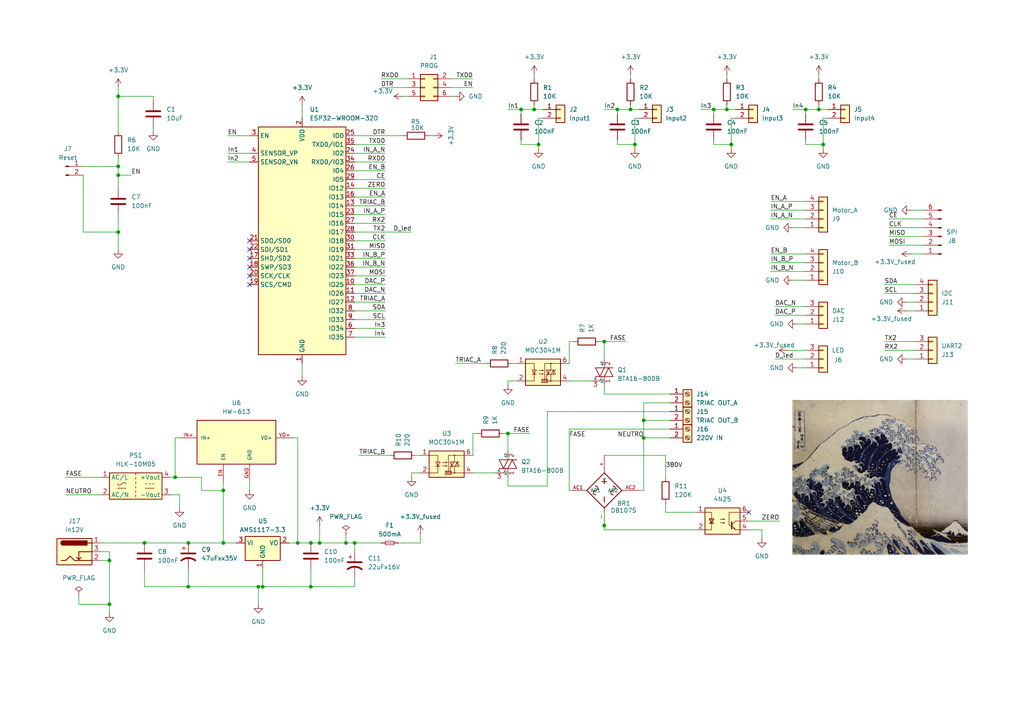
<source format=kicad_sch>
(kicad_sch (version 20250114) (generator "eeschema") (generator_version "9.0")
  (paper "A4")
  (junction (at 210.82 31.75))
  (junction (at 86.36 157.48))
  (junction (at 238.76 41.91))
  (junction (at 34.29 67.31))
  (junction (at 64.77 157.48))
  (junction (at 207.01 31.75))
  (junction (at 31.75 175.26))
  (junction (at 41.91 157.48))
  (junction (at 156.21 41.91))
  (junction (at 31.75 162.56))
  (junction (at 64.77 142.24))
  (junction (at 54.61 170.18))
  (junction (at 92.71 157.48))
  (junction (at 102.87 157.48))
  (junction (at 74.93 170.18))
  (junction (at 175.26 99.06))
  (junction (at 100.33 157.48))
  (junction (at 50.8 138.43))
  (junction (at 90.17 157.48))
  (junction (at 182.88 31.75))
  (junction (at 34.29 48.26))
  (junction (at 154.94 31.75))
  (junction (at 34.29 50.8))
  (junction (at 54.61 157.48))
  (junction (at 233.68 31.75))
  (junction (at 147.32 125.73))
  (junction (at 186.69 127))
  (junction (at 151.13 31.75))
  (junction (at 175.26 152.4))
  (junction (at 186.69 121.92))
  (junction (at 90.17 170.18))
  (junction (at 237.49 31.75))
  (junction (at 212.09 41.91))
  (junction (at 76.2 170.18))
  (junction (at 34.29 27.94))
  (junction (at 184.15 41.91))
  (junction (at 179.07 31.75))
  (no_connect (at 72.39 72.39))
  (no_connect (at 72.39 82.55))
  (no_connect (at 72.39 74.93))
  (no_connect (at 72.39 77.47))
  (no_connect (at 72.39 80.01))
  (no_connect (at 217.17 148.59))
  (no_connect (at 72.39 69.85))
  (wire (pts (xy 121.92 154.94) (xy 121.92 157.48)))
  (wire (pts (xy 76.2 170.18) (xy 90.17 170.18)))
  (wire (pts (xy 213.36 34.29) (xy 212.09 34.29)))
  (wire (pts (xy 72.39 139.7) (xy 72.39 142.24)))
  (wire (pts (xy 229.87 81.28) (xy 233.68 81.28)))
  (wire (pts (xy 83.82 157.48) (xy 86.36 157.48)))
  (wire (pts (xy 102.87 54.61) (xy 111.76 54.61)))
  (wire (pts (xy 111.76 59.69) (xy 102.87 59.69)))
  (wire (pts (xy 119.38 137.16) (xy 119.38 138.43)))
  (wire (pts (xy 179.07 40.64) (xy 179.07 41.91)))
  (wire (pts (xy 31.75 160.02) (xy 31.75 162.56)))
  (wire (pts (xy 137.16 22.86) (xy 130.81 22.86)))
  (wire (pts (xy 24.13 67.31) (xy 34.29 67.31)))
  (wire (pts (xy 217.17 151.13) (xy 226.06 151.13)))
  (wire (pts (xy 148.59 105.41) (xy 149.86 105.41)))
  (wire (pts (xy 207.01 41.91) (xy 212.09 41.91)))
  (wire (pts (xy 186.69 127) (xy 194.31 127)))
  (wire (pts (xy 175.26 132.08) (xy 193.04 132.08)))
  (wire (pts (xy 52.07 127) (xy 50.8 127)))
  (wire (pts (xy 111.76 87.63) (xy 102.87 87.63)))
  (wire (pts (xy 175.26 104.14) (xy 175.26 99.06)))
  (wire (pts (xy 193.04 146.05) (xy 193.04 148.59)))
  (wire (pts (xy 90.17 157.48) (xy 92.71 157.48)))
  (wire (pts (xy 92.71 152.4) (xy 92.71 157.48)))
  (wire (pts (xy 233.68 33.02) (xy 233.68 31.75)))
  (wire (pts (xy 257.81 68.58) (xy 267.97 68.58)))
  (wire (pts (xy 207.01 40.64) (xy 207.01 41.91)))
  (wire (pts (xy 31.75 162.56) (xy 29.21 162.56)))
  (wire (pts (xy 100.33 154.94) (xy 100.33 157.48)))
  (wire (pts (xy 102.87 157.48) (xy 102.87 160.02)))
  (wire (pts (xy 111.76 49.53) (xy 102.87 49.53)))
  (wire (pts (xy 74.93 170.18) (xy 74.93 175.26)))
  (wire (pts (xy 111.76 74.93) (xy 102.87 74.93)))
  (wire (pts (xy 210.82 31.75) (xy 213.36 31.75)))
  (wire (pts (xy 184.15 41.91) (xy 184.15 43.18)))
  (wire (pts (xy 111.76 82.55) (xy 102.87 82.55)))
  (wire (pts (xy 223.52 63.5) (xy 233.68 63.5)))
  (wire (pts (xy 86.36 127) (xy 86.36 157.48)))
  (wire (pts (xy 256.54 85.09) (xy 265.43 85.09)))
  (wire (pts (xy 66.04 39.37) (xy 72.39 39.37)))
  (wire (pts (xy 34.29 67.31) (xy 34.29 72.39)))
  (wire (pts (xy 224.79 88.9) (xy 233.68 88.9)))
  (wire (pts (xy 111.76 90.17) (xy 102.87 90.17)))
  (wire (pts (xy 54.61 170.18) (xy 74.93 170.18)))
  (wire (pts (xy 111.76 77.47) (xy 102.87 77.47)))
  (wire (pts (xy 64.77 142.24) (xy 64.77 157.48)))
  (wire (pts (xy 111.76 85.09) (xy 102.87 85.09)))
  (wire (pts (xy 238.76 34.29) (xy 238.76 41.91)))
  (wire (pts (xy 87.63 30.48) (xy 87.63 34.29)))
  (wire (pts (xy 102.87 97.79) (xy 111.76 97.79)))
  (wire (pts (xy 165.1 110.49) (xy 171.45 110.49)))
  (wire (pts (xy 186.69 142.24) (xy 186.69 127)))
  (wire (pts (xy 217.17 153.67) (xy 220.98 153.67)))
  (wire (pts (xy 223.52 73.66) (xy 233.68 73.66)))
  (wire (pts (xy 34.29 50.8) (xy 38.1 50.8)))
  (wire (pts (xy 58.42 138.43) (xy 58.42 142.24)))
  (wire (pts (xy 54.61 165.1) (xy 54.61 170.18)))
  (wire (pts (xy 54.61 157.48) (xy 64.77 157.48)))
  (wire (pts (xy 186.69 121.92) (xy 186.69 116.84)))
  (wire (pts (xy 29.21 157.48) (xy 41.91 157.48)))
  (wire (pts (xy 31.75 175.26) (xy 31.75 162.56)))
  (wire (pts (xy 137.16 137.16) (xy 143.51 137.16)))
  (wire (pts (xy 34.29 50.8) (xy 34.29 54.61)))
  (wire (pts (xy 165.1 99.06) (xy 165.1 105.41)))
  (wire (pts (xy 66.04 46.99) (xy 72.39 46.99)))
  (wire (pts (xy 264.16 73.66) (xy 267.97 73.66)))
  (wire (pts (xy 58.42 142.24) (xy 64.77 142.24)))
  (wire (pts (xy 223.52 76.2) (xy 233.68 76.2)))
  (wire (pts (xy 115.57 157.48) (xy 121.92 157.48)))
  (wire (pts (xy 132.08 27.94) (xy 130.81 27.94)))
  (wire (pts (xy 102.87 170.18) (xy 102.87 167.64)))
  (wire (pts (xy 66.04 44.45) (xy 72.39 44.45)))
  (wire (pts (xy 229.87 31.75) (xy 233.68 31.75)))
  (wire (pts (xy 110.49 22.86) (xy 118.11 22.86)))
  (wire (pts (xy 34.29 48.26) (xy 34.29 50.8)))
  (wire (pts (xy 41.91 165.1) (xy 41.91 170.18)))
  (wire (pts (xy 137.16 25.4) (xy 130.81 25.4)))
  (wire (pts (xy 175.26 148.59) (xy 175.26 152.4)))
  (wire (pts (xy 175.26 153.67) (xy 201.93 153.67)))
  (wire (pts (xy 237.49 30.48) (xy 237.49 31.75)))
  (wire (pts (xy 100.33 157.48) (xy 102.87 157.48)))
  (wire (pts (xy 147.32 110.49) (xy 147.32 111.76)))
  (wire (pts (xy 264.16 60.96) (xy 267.97 60.96)))
  (wire (pts (xy 175.26 152.4) (xy 175.26 153.67)))
  (wire (pts (xy 207.01 33.02) (xy 207.01 31.75)))
  (wire (pts (xy 224.79 91.44) (xy 233.68 91.44)))
  (wire (pts (xy 111.76 72.39) (xy 102.87 72.39)))
  (wire (pts (xy 34.29 62.23) (xy 34.29 67.31)))
  (wire (pts (xy 90.17 170.18) (xy 102.87 170.18)))
  (wire (pts (xy 111.76 64.77) (xy 102.87 64.77)))
  (wire (pts (xy 156.21 41.91) (xy 156.21 43.18)))
  (wire (pts (xy 262.89 104.14) (xy 265.43 104.14)))
  (wire (pts (xy 102.87 95.25) (xy 111.76 95.25)))
  (wire (pts (xy 44.45 29.21) (xy 44.45 27.94)))
  (wire (pts (xy 19.05 138.43) (xy 29.21 138.43)))
  (wire (pts (xy 220.98 156.21) (xy 220.98 153.67)))
  (wire (pts (xy 262.89 87.63) (xy 265.43 87.63)))
  (wire (pts (xy 52.07 143.51) (xy 49.53 143.51)))
  (wire (pts (xy 111.76 92.71) (xy 102.87 92.71)))
  (wire (pts (xy 223.52 58.42) (xy 233.68 58.42)))
  (wire (pts (xy 175.26 99.06) (xy 181.61 99.06)))
  (wire (pts (xy 173.99 99.06) (xy 175.26 99.06)))
  (wire (pts (xy 257.81 66.04) (xy 267.97 66.04)))
  (wire (pts (xy 147.32 125.73) (xy 153.67 125.73)))
  (wire (pts (xy 237.49 21.59) (xy 237.49 22.86)))
  (wire (pts (xy 240.03 34.29) (xy 238.76 34.29)))
  (wire (pts (xy 185.42 34.29) (xy 184.15 34.29)))
  (wire (pts (xy 34.29 27.94) (xy 34.29 38.1)))
  (wire (pts (xy 166.37 99.06) (xy 165.1 99.06)))
  (wire (pts (xy 52.07 143.51) (xy 52.07 147.32)))
  (wire (pts (xy 212.09 41.91) (xy 212.09 43.18)))
  (wire (pts (xy 137.16 125.73) (xy 137.16 132.08)))
  (wire (pts (xy 29.21 160.02) (xy 31.75 160.02)))
  (wire (pts (xy 44.45 27.94) (xy 34.29 27.94)))
  (wire (pts (xy 138.43 125.73) (xy 137.16 125.73)))
  (wire (pts (xy 179.07 33.02) (xy 179.07 31.75)))
  (wire (pts (xy 157.48 34.29) (xy 156.21 34.29)))
  (wire (pts (xy 50.8 138.43) (xy 58.42 138.43)))
  (wire (pts (xy 179.07 41.91) (xy 184.15 41.91)))
  (wire (pts (xy 151.13 41.91) (xy 156.21 41.91)))
  (wire (pts (xy 92.71 157.48) (xy 100.33 157.48)))
  (wire (pts (xy 256.54 99.06) (xy 265.43 99.06)))
  (wire (pts (xy 156.21 34.29) (xy 156.21 41.91)))
  (wire (pts (xy 228.6 101.6) (xy 233.68 101.6)))
  (wire (pts (xy 64.77 157.48) (xy 68.58 157.48)))
  (wire (pts (xy 185.42 142.24) (xy 186.69 142.24)))
  (wire (pts (xy 119.38 137.16) (xy 121.92 137.16)))
  (wire (pts (xy 193.04 132.08) (xy 193.04 138.43)))
  (wire (pts (xy 147.32 130.81) (xy 147.32 125.73)))
  (wire (pts (xy 184.15 34.29) (xy 184.15 41.91)))
  (wire (pts (xy 22.86 172.72) (xy 22.86 175.26)))
  (wire (pts (xy 19.05 143.51) (xy 29.21 143.51)))
  (wire (pts (xy 158.75 140.97) (xy 147.32 140.97)))
  (wire (pts (xy 262.89 90.17) (xy 265.43 90.17)))
  (wire (pts (xy 154.94 31.75) (xy 157.48 31.75)))
  (wire (pts (xy 22.86 175.26) (xy 31.75 175.26)))
  (wire (pts (xy 210.82 30.48) (xy 210.82 31.75)))
  (wire (pts (xy 110.49 25.4) (xy 118.11 25.4)))
  (wire (pts (xy 125.73 39.37) (xy 124.46 39.37)))
  (wire (pts (xy 50.8 138.43) (xy 49.53 138.43)))
  (wire (pts (xy 231.14 106.68) (xy 233.68 106.68)))
  (wire (pts (xy 186.69 121.92) (xy 186.69 127)))
  (wire (pts (xy 41.91 157.48) (xy 54.61 157.48)))
  (wire (pts (xy 111.76 52.07) (xy 102.87 52.07)))
  (wire (pts (xy 132.08 105.41) (xy 140.97 105.41)))
  (wire (pts (xy 34.29 25.4) (xy 34.29 27.94)))
  (wire (pts (xy 44.45 36.83) (xy 44.45 38.1)))
  (wire (pts (xy 223.52 60.96) (xy 233.68 60.96)))
  (wire (pts (xy 182.88 31.75) (xy 185.42 31.75)))
  (wire (pts (xy 102.87 157.48) (xy 110.49 157.48)))
  (wire (pts (xy 111.76 41.91) (xy 102.87 41.91)))
  (wire (pts (xy 120.65 132.08) (xy 121.92 132.08)))
  (wire (pts (xy 90.17 165.1) (xy 90.17 170.18)))
  (wire (pts (xy 147.32 31.75) (xy 151.13 31.75)))
  (wire (pts (xy 186.69 116.84) (xy 194.31 116.84)))
  (wire (pts (xy 102.87 67.31) (xy 119.38 67.31)))
  (wire (pts (xy 175.26 31.75) (xy 179.07 31.75)))
  (wire (pts (xy 233.68 41.91) (xy 238.76 41.91)))
  (wire (pts (xy 154.94 30.48) (xy 154.94 31.75)))
  (wire (pts (xy 203.2 31.75) (xy 207.01 31.75)))
  (wire (pts (xy 154.94 21.59) (xy 154.94 22.86)))
  (wire (pts (xy 116.84 27.94) (xy 118.11 27.94)))
  (wire (pts (xy 182.88 21.59) (xy 182.88 22.86)))
  (wire (pts (xy 111.76 62.23) (xy 102.87 62.23)))
  (wire (pts (xy 111.76 69.85) (xy 102.87 69.85)))
  (wire (pts (xy 212.09 34.29) (xy 212.09 41.91)))
  (wire (pts (xy 194.31 121.92) (xy 186.69 121.92)))
  (wire (pts (xy 210.82 21.59) (xy 210.82 22.86)))
  (wire (pts (xy 151.13 33.02) (xy 151.13 31.75)))
  (wire (pts (xy 41.91 170.18) (xy 54.61 170.18)))
  (wire (pts (xy 147.32 138.43) (xy 147.32 140.97)))
  (wire (pts (xy 74.93 170.18) (xy 76.2 170.18)))
  (wire (pts (xy 175.26 114.3) (xy 175.26 111.76)))
  (wire (pts (xy 111.76 44.45) (xy 102.87 44.45)))
  (wire (pts (xy 175.26 114.3) (xy 194.31 114.3)))
  (wire (pts (xy 111.76 46.99) (xy 102.87 46.99)))
  (wire (pts (xy 76.2 165.1) (xy 76.2 170.18)))
  (wire (pts (xy 256.54 101.6) (xy 265.43 101.6)))
  (wire (pts (xy 257.81 63.5) (xy 267.97 63.5)))
  (wire (pts (xy 231.14 93.98) (xy 233.68 93.98)))
  (wire (pts (xy 24.13 48.26) (xy 34.29 48.26)))
  (wire (pts (xy 87.63 105.41) (xy 87.63 109.22)))
  (wire (pts (xy 193.04 148.59) (xy 201.93 148.59)))
  (wire (pts (xy 31.75 177.8) (xy 31.75 175.26)))
  (wire (pts (xy 102.87 39.37) (xy 116.84 39.37)))
  (wire (pts (xy 238.76 41.91) (xy 238.76 43.18)))
  (wire (pts (xy 158.75 119.38) (xy 194.31 119.38)))
  (wire (pts (xy 257.81 71.12) (xy 267.97 71.12)))
  (wire (pts (xy 85.09 127) (xy 86.36 127)))
  (wire (pts (xy 256.54 82.55) (xy 265.43 82.55)))
  (wire (pts (xy 237.49 31.75) (xy 240.03 31.75)))
  (wire (pts (xy 34.29 45.72) (xy 34.29 48.26)))
  (wire (pts (xy 24.13 50.8) (xy 24.13 67.31)))
  (wire (pts (xy 229.87 66.04) (xy 233.68 66.04)))
  (wire (pts (xy 223.52 78.74) (xy 233.68 78.74)))
  (wire (pts (xy 165.1 124.46) (xy 165.1 142.24)))
  (wire (pts (xy 233.68 40.64) (xy 233.68 41.91)))
  (wire (pts (xy 147.32 110.49) (xy 149.86 110.49)))
  (wire (pts (xy 64.77 139.7) (xy 64.77 142.24)))
  (wire (pts (xy 104.14 132.08) (xy 113.03 132.08)))
  (wire (pts (xy 158.75 119.38) (xy 158.75 140.97)))
  (wire (pts (xy 224.79 104.14) (xy 233.68 104.14)))
  (wire (pts (xy 111.76 80.01) (xy 102.87 80.01)))
  (wire (pts (xy 146.05 125.73) (xy 147.32 125.73)))
  (wire (pts (xy 165.1 124.46) (xy 194.31 124.46)))
  (wire (pts (xy 179.07 31.75) (xy 182.88 31.75)))
  (wire (pts (xy 86.36 157.48) (xy 90.17 157.48)))
  (wire (pts (xy 151.13 31.75) (xy 154.94 31.75)))
  (wire (pts (xy 151.13 40.64) (xy 151.13 41.91)))
  (wire (pts (xy 207.01 31.75) (xy 210.82 31.75)))
  (wire (pts (xy 111.76 57.15) (xy 102.87 57.15)))
  (wire (pts (xy 233.68 31.75) (xy 237.49 31.75)))
  (wire (pts (xy 50.8 127) (xy 50.8 138.43)))
  (wire (pts (xy 182.88 30.48) (xy 182.88 31.75)))
  (image (at 255.27 138.43) (scale 0.269018))
  (label "MOSI" (at 111.76 80.01 180))
  (label "In1" (at 147.32 31.75 0))
  (label "ZERO" (at 226.06 151.13 180))
  (label "In2" (at 66.04 46.99 0))
  (label "DAC_P" (at 224.79 91.44 0))
  (label "ZERO" (at 111.76 54.61 180))
  (label "RXD0" (at 111.76 46.99 180))
  (label "SCL" (at 256.54 85.09 0))
  (label "DAC_P" (at 111.76 82.55 180))
  (label "TXD0" (at 137.16 22.86 180))
  (label "In3" (at 111.76 95.25 180))
  (label "DAC_N" (at 111.76 85.09 180))
  (label "FASE" (at 19.05 138.43 0))
  (label "TX2" (at 256.54 99.06 0))
  (label "TXD0" (at 111.76 41.91 180))
  (label "IN_A_N" (at 111.76 44.45 180))
  (label "TX2" (at 111.76 67.31 180))
  (label "IN_A_P" (at 111.76 62.23 180))
  (label "RX2" (at 256.54 101.6 0))
  (label "In4" (at 111.76 97.79 180))
  (label "IN_B_P" (at 223.52 76.2 0))
  (label "SDA" (at 111.76 90.17 180))
  (label "EN" (at 66.04 39.37 0))
  (label "EN_B" (at 223.52 73.66 0))
  (label "EN" (at 137.16 25.4 180))
  (label "SDA" (at 256.54 82.55 0))
  (label "IN_B_P" (at 111.76 74.93 180))
  (label "In2" (at 175.26 31.75 0))
  (label "IN_B_N" (at 111.76 77.47 180))
  (label "In1" (at 66.04 44.45 0))
  (label "NEUTRO" (at 186.69 127 180))
  (label "RX2" (at 111.76 64.77 180))
  (label "TRIAC_B" (at 111.76 59.69 180))
  (label "380V" (at 193.04 135.89 0))
  (label "FASE" (at 181.61 99.06 180))
  (label "DTR" (at 111.76 39.37 180))
  (label "EN" (at 38.1 50.8 0))
  (label "CE" (at 257.81 63.5 0))
  (label "TRIAC_B" (at 104.14 132.08 0))
  (label "DTR" (at 110.49 25.4 0))
  (label "EN_A" (at 111.76 57.15 180))
  (label "EN_A" (at 223.52 58.42 0))
  (label "CE" (at 111.76 52.07 180))
  (label "NEUTRO" (at 19.05 143.51 0))
  (label "D_led" (at 224.79 104.14 0))
  (label "IN_B_N" (at 223.52 78.74 0))
  (label "DAC_N" (at 224.79 88.9 0))
  (label "MOSI" (at 257.81 71.12 0))
  (label "In3" (at 203.2 31.75 0))
  (label "CLK" (at 257.81 66.04 0))
  (label "TRIAC_A" (at 132.08 105.41 0))
  (label "CLK" (at 111.76 69.85 180))
  (label "FASE" (at 153.67 125.73 180))
  (label "FASE" (at 165.1 127 0))
  (label "SCL" (at 111.76 92.71 180))
  (label "IN_A_N" (at 223.52 63.5 0))
  (label "TRIAC_A" (at 111.76 87.63 180))
  (label "MISO" (at 111.76 72.39 180))
  (label "D_led" (at 119.38 67.31 180))
  (label "RXD0" (at 110.49 22.86 0))
  (label "IN_A_P" (at 223.52 60.96 0))
  (label "In4" (at 229.87 31.75 0))
  (label "MISO" (at 257.81 68.58 0))
  (label "EN_B" (at 111.76 49.53 180))
  (symbol (lib_id "Connector_Generic:Conn_01x04") (at 270.51 87.63 0) (mirror x) (unit 1)
    (property "Reference" "J11" (at 273.05 87.6301 0) (effects (justify left)))
    (property "Value" "I2C" (at 273.05 85.0901 0) (effects (justify left)))
    (property "Footprint" "Connector_Molex:Molex_SL_171971-0004_1x04_P2.54mm_Vertical" (effects (hide yes)))
    (property "Description" "Generic connector, single row, 01x04, script generated (kicad-library-utils/schlib/autogen/connector/)" (effects (hide yes)))
  )
  (symbol (lib_id "power:GND") (at 132.08 27.94 90) (unit 1)
    (property "Reference" "#PWR08" (effects (hide yes)))
    (property "Value" "GND" (at 135.89 27.9401 90) (effects (justify right)))
    (property "Description" "Power symbol creates a global label with name \"GND\" , ground" (effects (hide yes)))
  )
  (symbol (lib_id "Connector:Screw_Terminal_01x02") (at 199.39 114.3 0) (unit 1)
    (property "Reference" "J14" (at 201.93 114.2999 0) (effects (justify left)))
    (property "Value" "TRIAC OUT_A" (at 201.93 116.8399 0) (effects (justify left)))
    (property "Footprint" "Connector_Phoenix_GMSTB:PhoenixContact_GMSTBA_2,5_2-G-7,62_1x02_P7.62mm_Horizontal" (effects (hide yes)))
    (property "Description" "Generic screw terminal, single row, 01x02, script generated (kicad-library-utils/schlib/autogen/connector/)" (effects (hide yes)))
  )
  (symbol (lib_id "Connector_Generic:Conn_01x04") (at 238.76 63.5 0) (mirror x) (unit 1)
    (property "Reference" "J9" (at 241.3 63.5001 0) (effects (justify left)))
    (property "Value" "Motor_A" (at 241.3 60.9601 0) (effects (justify left)))
    (property "Footprint" "Connector_Molex:Molex_SL_171971-0004_1x04_P2.54mm_Vertical" (effects (hide yes)))
    (property "Description" "Generic connector, single row, 01x04, script generated (kicad-library-utils/schlib/autogen/connector/)" (effects (hide yes)))
  )
  (symbol (lib_id "power:+3.3V") (at 121.92 154.94 0) (unit 1)
    (property "Reference" "#PWR028" (effects (hide yes)))
    (property "Value" "+3.3V_fused" (at 121.92 149.86 0))
    (property "Description" "Power symbol creates a global label with name \"+3.3V\"" (effects (hide yes)))
  )
  (symbol (lib_id "Connector_Generic:Conn_01x02") (at 162.56 31.75 0) (unit 1)
    (property "Reference" "J2" (at 165.1 31.7499 0) (effects (justify left)))
    (property "Value" "Input1" (at 165.1 34.2899 0) (effects (justify left)))
    (property "Footprint" "Connector_Molex:Molex_SL_171971-0002_1x02_P2.54mm_Vertical" (effects (hide yes)))
    (property "Description" "Generic connector, single row, 01x02, script generated (kicad-library-utils/schlib/autogen/connector/)" (effects (hide yes)))
  )
  (symbol (lib_id "power:GND") (at 147.32 111.76 0) (mirror y) (unit 1)
    (property "Reference" "#PWR027" (effects (hide yes)))
    (property "Value" "GND" (at 147.32 116.84 0))
    (property "Description" "Power symbol creates a global label with name \"GND\" , ground" (effects (hide yes)))
  )
  (symbol (lib_id "Connector_Generic:Conn_01x03") (at 270.51 101.6 0) (mirror x) (unit 1)
    (property "Reference" "J13" (at 273.05 102.8701 0) (effects (justify left)))
    (property "Value" "UART2" (at 273.05 100.3301 0) (effects (justify left)))
    (property "Footprint" "Connector_Molex:Molex_SL_171971-0003_1x03_P2.54mm_Vertical" (effects (hide yes)))
    (property "Description" "Generic connector, single row, 01x03, script generated (kicad-library-utils/schlib/autogen/connector/)" (effects (hide yes)))
  )
  (symbol (lib_id "Triac_Thyristor:BTA16-800B") (at 147.32 134.62 0) (unit 1)
    (property "Reference" "Q2" (at 151.13 133.9341 0) (effects (justify left)))
    (property "Value" "BTA16-800B" (at 151.13 136.4741 0) (effects (justify left)))
    (property "Footprint" "Package_TO_SOT_THT:TO-220-3_Vertical" (effects (hide yes)))
    (property "Datasheet" "https://www.st.com/resource/en/datasheet/bta16.pdf" (effects (hide yes)))
    (property "Description" "16A RMS, 800V Off-State Voltage, 50mA Sensitivity, Insulated, Triac, TO-220" (effects (hide yes)))
  )
  (symbol (lib_id "power:PWR_FLAG") (at 100.33 154.94 0) (unit 1)
    (property "Reference" "#FLG01" (effects (hide yes)))
    (property "Value" "PWR_FLAG" (at 100.33 149.86 0))
    (property "Description" "Special symbol for telling ERC where power comes from" (effects (hide yes)))
  )
  (symbol (lib_id "Device:C_Polarized_US") (at 102.87 163.83 0) (unit 1)
    (property "Reference" "C11" (at 106.68 161.9249 0) (effects (justify left)))
    (property "Value" "22uFx16V" (at 106.68 164.4649 0) (effects (justify left)))
    (property "Footprint" "Capacitor_Tantalum_SMD:CP_EIA-6032-28_Kemet-C_Pad2.25x2.35mm_HandSolder" (effects (hide yes)))
    (property "Description" "Polarized capacitor, US symbol" (effects (hide yes)))
  )
  (symbol (lib_id "power:+3.3V") (at 262.89 90.17 90) (mirror x) (unit 1)
    (property "Reference" "#PWR020" (effects (hide yes)))
    (property "Value" "+3.3V_fused" (at 258.572 92.456 90))
    (property "Description" "Power symbol creates a global label with name \"+3.3V\"" (effects (hide yes)))
  )
  (symbol (lib_id "Device:R") (at 116.84 132.08 90) (unit 1)
    (property "Reference" "R10" (at 115.5699 129.54 0) (effects (justify left)))
    (property "Value" "220" (at 118.1099 129.54 0) (effects (justify left)))
    (property "Footprint" "Resistor_SMD:R_0805_2012Metric_Pad1.20x1.40mm_HandSolder" (effects (hide yes)))
    (property "Description" "Resistor" (effects (hide yes)))
  )
  (symbol (lib_id "Triac_Thyristor:BTA16-800B") (at 175.26 107.95 0) (unit 1)
    (property "Reference" "Q1" (at 179.07 107.2641 0) (effects (justify left)))
    (property "Value" "BTA16-800B" (at 179.07 109.8041 0) (effects (justify left)))
    (property "Footprint" "Package_TO_SOT_THT:TO-220-3_Vertical" (effects (hide yes)))
    (property "Datasheet" "https://www.st.com/resource/en/datasheet/bta16.pdf" (effects (hide yes)))
    (property "Description" "16A RMS, 800V Off-State Voltage, 50mA Sensitivity, Insulated, Triac, TO-220" (effects (hide yes)))
  )
  (symbol (lib_id "power:GND") (at 34.29 72.39 0) (unit 1)
    (property "Reference" "#PWR017" (effects (hide yes)))
    (property "Value" "GND" (at 34.29 77.47 0))
    (property "Description" "Power symbol creates a global label with name \"GND\" , ground" (effects (hide yes)))
  )
  (symbol (lib_id "power:GND") (at 52.07 147.32 0) (unit 1)
    (property "Reference" "#PWR034" (effects (hide yes)))
    (property "Value" "GND" (at 52.07 152.4 0))
    (property "Description" "Power symbol creates a global label with name \"GND\" , ground" (effects (hide yes)))
  )
  (symbol (lib_id "Connector_Generic:Conn_01x02") (at 190.5 31.75 0) (unit 1)
    (property "Reference" "J3" (at 193.04 31.7499 0) (effects (justify left)))
    (property "Value" "Input2" (at 193.04 34.2899 0) (effects (justify left)))
    (property "Footprint" "Connector_Molex:Molex_SL_171971-0002_1x02_P2.54mm_Vertical" (effects (hide yes)))
    (property "Description" "Generic connector, single row, 01x02, script generated (kicad-library-utils/schlib/autogen/connector/)" (effects (hide yes)))
  )
  (symbol (lib_id "DB107S:DB107S") (at 175.26 142.24 90) (unit 1)
    (property "Reference" "BR1" (at 182.88 145.288 90) (effects (justify left bottom)))
    (property "Value" "DB107S" (at 184.658 147.32 90) (effects (justify left bottom)))
    (property "Footprint" "lib:DIOB_DB107S" (effects (hide yes)))
    (property "DigiKey_Part_Number" "1655-DB107STR-ND" (effects (hide yes)))
    (property "SnapEDA_Link" "https://www.snapeda.com/parts/DB107S/SMC+Diode+Solutions/view-part/?ref=snap" (effects (hide yes)))
    (property "Description_1" "\nBridge Rectifier Single Phase Standard 1 kV Surface Mount DB-S\n" (effects (hide yes)))
    (property "Package" "SMD-4 Multicomp" (effects (hide yes)))
    (property "Check_prices" "https://www.snapeda.com/parts/DB107S/SMC+Diode+Solutions/view-part/?ref=eda" (effects (hide yes)))
    (property "MF" "SMC Diode" (effects (hide yes)))
    (property "MP" "DB107S" (effects (hide yes)))
    (property "MANUFACTURER" "Rectron Semiconductor" (effects (hide yes)))
  )
  (symbol (lib_id "power:GND") (at 229.87 81.28 270) (unit 1)
    (property "Reference" "#PWR022" (effects (hide yes)))
    (property "Value" "GND" (at 226.06 81.2799 90) (effects (justify right)))
    (property "Description" "Power symbol creates a global label with name \"GND\" , ground" (effects (hide yes)))
  )
  (symbol (lib_id "power:+3.3V") (at 210.82 21.59 0) (unit 1)
    (property "Reference" "#PWR03" (effects (hide yes)))
    (property "Value" "+3.3V" (at 210.82 16.51 0))
    (property "Description" "Power symbol creates a global label with name \"+3.3V\"" (effects (hide yes)))
  )
  (symbol (lib_id "Device:C") (at 44.45 33.02 0) (unit 1)
    (property "Reference" "C1" (at 48.26 31.7499 0) (effects (justify left)))
    (property "Value" "10uF" (at 48.26 34.2899 0) (effects (justify left)))
    (property "Footprint" "Capacitor_SMD:C_0805_2012Metric_Pad1.18x1.45mm_HandSolder" (effects (hide yes)))
    (property "Description" "Unpolarized capacitor" (effects (hide yes)))
  )
  (symbol (lib_id "power:GND") (at 184.15 43.18 0) (unit 1)
    (property "Reference" "#PWR012" (effects (hide yes)))
    (property "Value" "GND" (at 184.15 48.26 0))
    (property "Description" "Power symbol creates a global label with name \"GND\" , ground" (effects (hide yes)))
  )
  (symbol (lib_id "power:GND") (at 238.76 43.18 0) (unit 1)
    (property "Reference" "#PWR014" (effects (hide yes)))
    (property "Value" "GND" (at 238.76 48.26 0))
    (property "Description" "Power symbol creates a global label with name \"GND\" , ground" (effects (hide yes)))
  )
  (symbol (lib_id "power:GND") (at 87.63 109.22 0) (unit 1)
    (property "Reference" "#PWR026" (effects (hide yes)))
    (property "Value" "GND" (at 87.63 114.3 0))
    (property "Description" "Power symbol creates a global label with name \"GND\" , ground" (effects (hide yes)))
  )
  (symbol (lib_id "HW-613:HW-613") (at 69.85 124.46 0) (unit 1)
    (property "Reference" "U6" (at 68.58 116.84 0))
    (property "Value" "HW-613" (at 68.58 119.38 0))
    (property "Footprint" "lib:HW-613" (effects (hide yes)))
    (property "MF" "NTE Electronics, Inc" (effects (hide yes)))
    (property "Description_1" "\nRESISTOR 1/2W METAL FILM FLAMEPROOF 13M OHM 2% AXIAL LEAD | NTE Electronics Inc. HW613\n" (effects (hide yes)))
    (property "Package" "Axial NTE Electronics, Inc" (effects (hide yes)))
    (property "Price" "None" (effects (hide yes)))
    (property "SnapEDA_Link" "https://www.snapeda.com/parts/HW613/NTE+Electronics/view-part/?ref=snap" (effects (hide yes)))
    (property "MP" "HW613" (effects (hide yes)))
    (property "Availability" "In Stock" (effects (hide yes)))
    (property "Check_prices" "https://www.snapeda.com/parts/HW613/NTE+Electronics/view-part/?ref=eda" (effects (hide yes)))
  )
  (symbol (lib_id "Device:R") (at 154.94 26.67 0) (unit 1)
    (property "Reference" "R1" (at 157.48 25.3999 0) (effects (justify left)))
    (property "Value" "10K" (at 157.48 27.9399 0) (effects (justify left)))
    (property "Footprint" "Resistor_SMD:R_0805_2012Metric_Pad1.20x1.40mm_HandSolder" (effects (hide yes)))
    (property "Description" "Resistor" (effects (hide yes)))
  )
  (symbol (lib_id "Device:C") (at 41.91 161.29 0) (unit 1)
    (property "Reference" "C8" (at 45.72 160.0199 0) (effects (justify left)))
    (property "Value" "100nF" (at 45.72 162.5599 0) (effects (justify left)))
    (property "Footprint" "Capacitor_SMD:C_0805_2012Metric_Pad1.18x1.45mm_HandSolder" (effects (hide yes)))
    (property "Description" "Unpolarized capacitor" (effects (hide yes)))
  )
  (symbol (lib_id "power:GND") (at 119.38 138.43 0) (mirror y) (unit 1)
    (property "Reference" "#PWR029" (effects (hide yes)))
    (property "Value" "GND" (at 119.38 143.51 0))
    (property "Description" "Power symbol creates a global label with name \"GND\" , ground" (effects (hide yes)))
  )
  (symbol (lib_id "Regulator_Linear:AMS1117-3.3") (at 76.2 157.48 0) (unit 1)
    (property "Reference" "U5" (at 76.2 151.13 0))
    (property "Value" "AMS1117-3.3" (at 76.2 153.67 0))
    (property "Footprint" "Package_TO_SOT_SMD:SOT-223-3_TabPin2" (effects (hide yes)))
    (property "Datasheet" "http://www.advanced-monolithic.com/pdf/ds1117.pdf" (effects (hide yes)))
    (property "Description" "1A Low Dropout regulator, positive, 3.3V fixed output, SOT-223" (effects (hide yes)))
  )
  (symbol (lib_id "power:+3.3V") (at 182.88 21.59 0) (unit 1)
    (property "Reference" "#PWR02" (effects (hide yes)))
    (property "Value" "+3.3V" (at 182.88 16.51 0))
    (property "Description" "Power symbol creates a global label with name \"+3.3V\"" (effects (hide yes)))
  )
  (symbol (lib_id "power:+3.3V") (at 237.49 21.59 0) (unit 1)
    (property "Reference" "#PWR04" (effects (hide yes)))
    (property "Value" "+3.3V" (at 237.49 16.51 0))
    (property "Description" "Power symbol creates a global label with name \"+3.3V\"" (effects (hide yes)))
  )
  (symbol (lib_id "power:GND") (at 220.98 156.21 0) (unit 1)
    (property "Reference" "#PWR030" (effects (hide yes)))
    (property "Value" "GND" (at 220.98 161.29 0))
    (property "Description" "Power symbol creates a global label with name \"GND\" , ground" (effects (hide yes)))
  )
  (symbol (lib_id "power:GND") (at 72.39 142.24 0) (unit 1)
    (property "Reference" "#PWR025" (effects (hide yes)))
    (property "Value" "GND" (at 72.39 147.32 0))
    (property "Description" "Power symbol creates a global label with name \"GND\" , ground" (effects (hide yes)))
  )
  (symbol (lib_id "Connector_Generic:Conn_01x02") (at 218.44 31.75 0) (unit 1)
    (property "Reference" "J4" (at 220.98 31.7499 0) (effects (justify left)))
    (property "Value" "Input3" (at 220.98 34.2899 0) (effects (justify left)))
    (property "Footprint" "Connector_Molex:Molex_SL_171971-0002_1x02_P2.54mm_Vertical" (effects (hide yes)))
    (property "Description" "Generic connector, single row, 01x02, script generated (kicad-library-utils/schlib/autogen/connector/)" (effects (hide yes)))
  )
  (symbol (lib_id "Device:R") (at 34.29 41.91 0) (unit 1)
    (property "Reference" "R6" (at 36.83 40.6399 0) (effects (justify left)))
    (property "Value" "10K" (at 36.83 43.1799 0) (effects (justify left)))
    (property "Footprint" "Resistor_SMD:R_0805_2012Metric_Pad1.20x1.40mm_HandSolder" (effects (hide yes)))
    (property "Description" "Resistor" (effects (hide yes)))
  )
  (symbol (lib_id "Connector:Conn_01x02_Pin") (at 19.05 48.26 0) (unit 1)
    (property "Reference" "J7" (at 19.685 43.18 0))
    (property "Value" "Reset" (at 19.685 45.72 0))
    (property "Footprint" "Connector_PinHeader_2.54mm:PinHeader_1x02_P2.54mm_Vertical" (effects (hide yes)))
    (property "Description" "Generic connector, single row, 01x02, script generated" (effects (hide yes)))
  )
  (symbol (lib_id "Connector:Screw_Terminal_01x02") (at 199.39 119.38 0) (unit 1)
    (property "Reference" "J15" (at 201.93 119.3799 0) (effects (justify left)))
    (property "Value" "TRIAC OUT_B" (at 201.93 121.9199 0) (effects (justify left)))
    (property "Footprint" "Connector_Phoenix_GMSTB:PhoenixContact_GMSTBA_2,5_2-G-7,62_1x02_P7.62mm_Horizontal" (effects (hide yes)))
    (property "Description" "Generic screw terminal, single row, 01x02, script generated (kicad-library-utils/schlib/autogen/connector/)" (effects (hide yes)))
  )
  (symbol (lib_id "power:GND") (at 231.14 93.98 270) (mirror x) (unit 1)
    (property "Reference" "#PWR023" (effects (hide yes)))
    (property "Value" "GND" (at 227.33 93.9801 90) (effects (justify right)))
    (property "Description" "Power symbol creates a global label with name \"GND\" , ground" (effects (hide yes)))
  )
  (symbol (lib_id "power:GND") (at 156.21 43.18 0) (unit 1)
    (property "Reference" "#PWR011" (effects (hide yes)))
    (property "Value" "GND" (at 156.21 48.26 0))
    (property "Description" "Power symbol creates a global label with name \"GND\" , ground" (effects (hide yes)))
  )
  (symbol (lib_id "Device:R") (at 182.88 26.67 0) (unit 1)
    (property "Reference" "R2" (at 185.42 25.3999 0) (effects (justify left)))
    (property "Value" "10K" (at 185.42 27.9399 0) (effects (justify left)))
    (property "Footprint" "Resistor_SMD:R_0805_2012Metric_Pad1.20x1.40mm_HandSolder" (effects (hide yes)))
    (property "Description" "Resistor" (effects (hide yes)))
  )
  (symbol (lib_id "Connector_Generic:Conn_01x04") (at 238.76 78.74 0) (mirror x) (unit 1)
    (property "Reference" "J10" (at 241.3 78.7401 0) (effects (justify left)))
    (property "Value" "Motor_B" (at 241.3 76.2001 0) (effects (justify left)))
    (property "Footprint" "Connector_Molex:Molex_SL_171971-0004_1x04_P2.54mm_Vertical" (effects (hide yes)))
    (property "Description" "Generic connector, single row, 01x04, script generated (kicad-library-utils/schlib/autogen/connector/)" (effects (hide yes)))
  )
  (symbol (lib_id "power:+3.3V") (at 228.6 101.6 90) (mirror x) (unit 1)
    (property "Reference" "#PWR015" (effects (hide yes)))
    (property "Value" "+3.3V_fused" (at 224.536 100.076 90))
    (property "Description" "Power symbol creates a global label with name \"+3.3V\"" (effects (hide yes)))
  )
  (symbol (lib_id "Relay_SolidState:MOC3041M") (at 157.48 107.95 0) (unit 1)
    (property "Reference" "U2" (at 157.48 99.06 0))
    (property "Value" "MOC3041M" (at 157.48 101.6 0))
    (property "Footprint" "Package_DIP:SMDIP-6_W9.53mm" (effects (hide yes)))
    (property "Datasheet" "https://www.onsemi.com/pub/Collateral/MOC3043M-D.pdf" (effects (hide yes)))
    (property "Description" "Zero Cross Opto-Triac, Vdrm 400V, Ift 15mA, DIP6" (effects (hide yes)))
  )
  (symbol (lib_id "Relay_SolidState:MOC3041M") (at 129.54 134.62 0) (unit 1)
    (property "Reference" "U3" (at 129.54 125.73 0))
    (property "Value" "MOC3041M" (at 129.54 128.27 0))
    (property "Footprint" "Package_DIP:SMDIP-6_W9.53mm" (effects (hide yes)))
    (property "Datasheet" "https://www.onsemi.com/pub/Collateral/MOC3043M-D.pdf" (effects (hide yes)))
    (property "Description" "Zero Cross Opto-Triac, Vdrm 400V, Ift 15mA, DIP6" (effects (hide yes)))
  )
  (symbol (lib_id "Device:R") (at 170.18 99.06 90) (unit 1)
    (property "Reference" "R7" (at 168.9099 96.52 0) (effects (justify left)))
    (property "Value" "1K" (at 171.4499 96.52 0) (effects (justify left)))
    (property "Footprint" "Resistor_SMD:R_0805_2012Metric_Pad1.20x1.40mm_HandSolder" (effects (hide yes)))
    (property "Description" "Resistor" (effects (hide yes)))
  )
  (symbol (lib_id "power:GND") (at 74.93 175.26 0) (unit 1)
    (property "Reference" "#PWR032" (effects (hide yes)))
    (property "Value" "GND" (at 74.93 180.34 0))
    (property "Description" "Power symbol creates a global label with name \"GND\" , ground" (effects (hide yes)))
  )
  (symbol (lib_id "power:GND") (at 262.89 104.14 270) (mirror x) (unit 1)
    (property "Reference" "#PWR024" (effects (hide yes)))
    (property "Value" "GND" (at 259.08 104.1401 90) (effects (justify right)))
    (property "Description" "Power symbol creates a global label with name \"GND\" , ground" (effects (hide yes)))
  )
  (symbol (lib_id "Device:R") (at 120.65 39.37 270) (unit 1)
    (property "Reference" "R5" (at 119.126 35.306 90) (effects (justify left)))
    (property "Value" "10K" (at 119.126 37.084 90) (effects (justify left)))
    (property "Footprint" "Resistor_SMD:R_0805_2012Metric_Pad1.20x1.40mm_HandSolder" (effects (hide yes)))
    (property "Description" "Resistor" (effects (hide yes)))
  )
  (symbol (lib_id "power:+3.3V") (at 154.94 21.59 0) (unit 1)
    (property "Reference" "#PWR01" (effects (hide yes)))
    (property "Value" "+3.3V" (at 154.94 16.51 0))
    (property "Description" "Power symbol creates a global label with name \"+3.3V\"" (effects (hide yes)))
  )
  (symbol (lib_id "Connector:Screw_Terminal_01x02") (at 199.39 124.46 0) (unit 1)
    (property "Reference" "J16" (at 201.93 124.4599 0) (effects (justify left)))
    (property "Value" "220V IN" (at 201.93 126.9999 0) (effects (justify left)))
    (property "Footprint" "Connector_Phoenix_GMSTB:PhoenixContact_GMSTBA_2,5_2-G-7,62_1x02_P7.62mm_Horizontal" (effects (hide yes)))
    (property "Description" "Generic screw terminal, single row, 01x02, script generated (kicad-library-utils/schlib/autogen/connector/)" (effects (hide yes)))
  )
  (symbol (lib_id "Connector_Generic:Conn_01x02") (at 245.11 31.75 0) (unit 1)
    (property "Reference" "J5" (at 247.65 31.7499 0) (effects (justify left)))
    (property "Value" "Input4" (at 247.65 34.2899 0) (effects (justify left)))
    (property "Footprint" "Connector_Molex:Molex_SL_171971-0002_1x02_P2.54mm_Vertical" (effects (hide yes)))
    (property "Description" "Generic connector, single row, 01x02, script generated (kicad-library-utils/schlib/autogen/connector/)" (effects (hide yes)))
  )
  (symbol (lib_id "power:+3.3V") (at 87.63 30.48 0) (unit 1)
    (property "Reference" "#PWR09" (effects (hide yes)))
    (property "Value" "+3.3V" (at 87.63 25.4 0))
    (property "Description" "Power symbol creates a global label with name \"+3.3V\"" (effects (hide yes)))
  )
  (symbol (lib_id "power:GND") (at 229.87 66.04 270) (unit 1)
    (property "Reference" "#PWR018" (effects (hide yes)))
    (property "Value" "GND" (at 226.06 66.0399 90) (effects (justify right)))
    (property "Description" "Power symbol creates a global label with name \"GND\" , ground" (effects (hide yes)))
  )
  (symbol (lib_id "power:+3.3V") (at 92.71 152.4 0) (unit 1)
    (property "Reference" "#PWR031" (effects (hide yes)))
    (property "Value" "+3.3V" (at 92.71 147.32 0))
    (property "Description" "Power symbol creates a global label with name \"+3.3V\"" (effects (hide yes)))
  )
  (symbol (lib_id "Converter_ACDC:HLK-10M05") (at 39.37 140.97 0) (unit 1)
    (property "Reference" "PS1" (at 39.37 132.08 0))
    (property "Value" "HLK-10M05" (at 39.37 134.62 0))
    (property "Footprint" "Converter_ACDC:Converter_ACDC_Hi-Link_HLK-10Mxx" (effects (hide yes)))
    (property "Datasheet" "http://h.hlktech.com/download/ACDC%E7%94%B5%E6%BA%90%E6%A8%A1%E5%9D%9710W%E7%B3%BB%E5%88%97/1/%E6%B5%B7%E5%87%8C%E7%A7%9110W%E7%B3%BB%E5%88%97%E7%94%B5%E6%BA%90%E6%A8%A1%E5%9D%97%E8%A7%84%E6%A0%BC%E4%B9%A6V1.8.pdf" (effects (hide yes)))
    (property "Description" "Compact AC/DC board mount power module 10W 5V" (effects (hide yes)))
  )
  (symbol (lib_id "Connector_Generic:Conn_01x03") (at 238.76 104.14 0) (mirror x) (unit 1)
    (property "Reference" "J6" (at 243.078 104.394 0))
    (property "Value" "LED" (at 243.078 101.6 0))
    (property "Footprint" "Connector_Molex:Molex_SL_171971-0003_1x03_P2.54mm_Vertical" (effects (hide yes)))
    (property "Description" "Generic connector, single row, 01x03, script generated (kicad-library-utils/schlib/autogen/connector/)" (effects (hide yes)))
  )
  (symbol (lib_id "power:+3.3V") (at 34.29 25.4 0) (unit 1)
    (property "Reference" "#PWR06" (effects (hide yes)))
    (property "Value" "+3.3V" (at 34.29 20.32 0))
    (property "Description" "Power symbol creates a global label with name \"+3.3V\"" (effects (hide yes)))
  )
  (symbol (lib_id "power:GND") (at 212.09 43.18 0) (unit 1)
    (property "Reference" "#PWR013" (effects (hide yes)))
    (property "Value" "GND" (at 212.09 48.26 0))
    (property "Description" "Power symbol creates a global label with name \"GND\" , ground" (effects (hide yes)))
  )
  (symbol (lib_id "power:+3.3V") (at 264.16 73.66 90) (mirror x) (unit 1)
    (property "Reference" "#PWR016" (effects (hide yes)))
    (property "Value" "+3.3V_fused" (at 259.588 75.946 90))
    (property "Description" "Power symbol creates a global label with name \"+3.3V\"" (effects (hide yes)))
  )
  (symbol (lib_id "power:+3.3V") (at 116.84 27.94 90) (mirror x) (unit 1)
    (property "Reference" "#PWR07" (effects (hide yes)))
    (property "Value" "+3.3V" (at 110.998 26.416 90))
    (property "Description" "Power symbol creates a global label with name \"+3.3V\"" (effects (hide yes)))
  )
  (symbol (lib_id "Device:C_Polarized_US") (at 54.61 161.29 0) (unit 1)
    (property "Reference" "C9" (at 58.42 159.3849 0) (effects (justify left)))
    (property "Value" "47uFxx35V" (at 58.42 161.9249 0) (effects (justify left)))
    (property "Footprint" "Capacitor_Tantalum_SMD:CP_EIA-6032-28_Kemet-C_Pad2.25x2.35mm_HandSolder" (effects (hide yes)))
    (property "Description" "Polarized capacitor, US symbol" (effects (hide yes)))
  )
  (symbol (lib_id "Device:Fuse_Small") (at 113.03 157.48 0) (unit 1)
    (property "Reference" "F1" (at 113.03 152.4 0))
    (property "Value" "500mA" (at 113.03 154.94 0))
    (property "Footprint" "Fuse:Fuse_1206_3216Metric_Pad1.42x1.75mm_HandSolder" (effects (hide yes)))
    (property "Description" "Fuse, small symbol" (effects (hide yes)))
  )
  (symbol (lib_id "power:PWR_FLAG") (at 22.86 172.72 0) (unit 1)
    (property "Reference" "#FLG02" (effects (hide yes)))
    (property "Value" "PWR_FLAG" (at 22.86 167.64 0))
    (property "Description" "Special symbol for telling ERC where power comes from" (effects (hide yes)))
  )
  (symbol (lib_id "Connector_Generic:Conn_02x03_Odd_Even") (at 123.19 25.4 0) (unit 1)
    (property "Reference" "J1" (at 125.73 16.51 0))
    (property "Value" "PROG" (at 124.46 19.05 0))
    (property "Footprint" "Connector_PinHeader_2.54mm:PinHeader_2x03_P2.54mm_Vertical" (effects (hide yes)))
    (property "Description" "Generic connector, double row, 02x03, odd/even pin numbering scheme (row 1 odd numbers, row 2 even numbers), script generated (kicad-library-utils/schlib/autogen/connector/)" (effects (hide yes)))
  )
  (symbol (lib_id "Device:R") (at 210.82 26.67 0) (unit 1)
    (property "Reference" "R3" (at 213.36 25.3999 0) (effects (justify left)))
    (property "Value" "10K" (at 213.36 27.9399 0) (effects (justify left)))
    (property "Footprint" "Resistor_SMD:R_0805_2012Metric_Pad1.20x1.40mm_HandSolder" (effects (hide yes)))
    (property "Description" "Resistor" (effects (hide yes)))
  )
  (symbol (lib_id "Connector:Conn_01x06_Pin") (at 273.05 68.58 180) (unit 1)
    (property "Reference" "J8" (at 276.098 69.85 0))
    (property "Value" "SPI" (at 276.098 67.31 0))
    (property "Footprint" "Connector_PinHeader_2.54mm:PinHeader_1x06_P2.54mm_Vertical" (effects (hide yes)))
    (property "Description" "Generic connector, single row, 01x06, script generated" (effects (hide yes)))
  )
  (symbol (lib_id "Connector_Generic:Conn_01x03") (at 238.76 91.44 0) (mirror x) (unit 1)
    (property "Reference" "J12" (at 241.3 92.7101 0) (effects (justify left)))
    (property "Value" "DAC" (at 241.3 90.1701 0) (effects (justify left)))
    (property "Footprint" "Connector_Molex:Molex_SL_171971-0003_1x03_P2.54mm_Vertical" (effects (hide yes)))
    (property "Description" "Generic connector, single row, 01x03, script generated (kicad-library-utils/schlib/autogen/connector/)" (effects (hide yes)))
  )
  (symbol (lib_id "Connector:Barrel_Jack_Switch") (at 21.59 160.02 0) (unit 1)
    (property "Reference" "J17" (at 21.59 151.13 0))
    (property "Value" "In12V" (at 21.59 153.67 0))
    (property "Footprint" "Connector_BarrelJack:BarrelJack_Horizontal" (effects (hide yes)))
    (property "Description" "DC Barrel Jack with an internal switch" (effects (hide yes)))
  )
  (symbol (lib_id "power:GND") (at 231.14 106.68 270) (mirror x) (unit 1)
    (property "Reference" "#PWR05" (effects (hide yes)))
    (property "Value" "GND" (at 227.33 106.6801 90) (effects (justify right)))
    (property "Description" "Power symbol creates a global label with name \"GND\" , ground" (effects (hide yes)))
  )
  (symbol (lib_id "power:+3.3V") (at 125.73 39.37 270) (unit 1)
    (property "Reference" "#PWR035" (effects (hide yes)))
    (property "Value" "+3.3V" (at 130.81 39.37 0))
    (property "Description" "Power symbol creates a global label with name \"+3.3V\"" (effects (hide yes)))
  )
  (symbol (lib_id "power:GND") (at 264.16 60.96 270) (mirror x) (unit 1)
    (property "Reference" "#PWR019" (effects (hide yes)))
    (property "Value" "GND" (at 260.35 60.9601 90) (effects (justify right)))
    (property "Description" "Power symbol creates a global label with name \"GND\" , ground" (effects (hide yes)))
  )
  (symbol (lib_id "Device:C") (at 151.13 36.83 0) (unit 1)
    (property "Reference" "C2" (at 154.94 35.5599 0) (effects (justify left)))
    (property "Value" "100nF" (at 154.94 38.0999 0) (effects (justify left)))
    (property "Footprint" "Capacitor_SMD:C_0805_2012Metric_Pad1.18x1.45mm_HandSolder" (effects (hide yes)))
    (property "Description" "Unpolarized capacitor" (effects (hide yes)))
  )
  (symbol (lib_id "Device:R") (at 237.49 26.67 0) (unit 1)
    (property "Reference" "R4" (at 240.03 25.3999 0) (effects (justify left)))
    (property "Value" "10K" (at 240.03 27.9399 0) (effects (justify left)))
    (property "Footprint" "Resistor_SMD:R_0805_2012Metric_Pad1.20x1.40mm_HandSolder" (effects (hide yes)))
    (property "Description" "Resistor" (effects (hide yes)))
  )
  (symbol (lib_id "power:GND") (at 262.89 87.63 270) (mirror x) (unit 1)
    (property "Reference" "#PWR021" (effects (hide yes)))
    (property "Value" "GND" (at 259.08 87.6301 90) (effects (justify right)))
    (property "Description" "Power symbol creates a global label with name \"GND\" , ground" (effects (hide yes)))
  )
  (symbol (lib_id "power:GND") (at 31.75 177.8 0) (unit 1)
    (property "Reference" "#PWR033" (effects (hide yes)))
    (property "Value" "GND" (at 31.75 182.88 0))
    (property "Description" "Power symbol creates a global label with name \"GND\" , ground" (effects (hide yes)))
  )
  (symbol (lib_id "Device:C") (at 207.01 36.83 0) (unit 1)
    (property "Reference" "C4" (at 210.82 35.5599 0) (effects (justify left)))
    (property "Value" "100nF" (at 210.82 38.0999 0) (effects (justify left)))
    (property "Footprint" "Capacitor_SMD:C_0805_2012Metric_Pad1.18x1.45mm_HandSolder" (effects (hide yes)))
    (property "Description" "Unpolarized capacitor" (effects (hide yes)))
  )
  (symbol (lib_id "Device:R") (at 142.24 125.73 90) (unit 1)
    (property "Reference" "R9" (at 140.9699 123.19 0) (effects (justify left)))
    (property "Value" "1K" (at 143.5099 123.19 0) (effects (justify left)))
    (property "Footprint" "Resistor_SMD:R_0805_2012Metric_Pad1.20x1.40mm_HandSolder" (effects (hide yes)))
    (property "Description" "Resistor" (effects (hide yes)))
  )
  (symbol (lib_id "Device:C") (at 233.68 36.83 0) (unit 1)
    (property "Reference" "C5" (at 237.49 35.5599 0) (effects (justify left)))
    (property "Value" "100nF" (at 237.49 38.0999 0) (effects (justify left)))
    (property "Footprint" "Capacitor_SMD:C_0805_2012Metric_Pad1.18x1.45mm_HandSolder" (effects (hide yes)))
    (property "Description" "Unpolarized capacitor" (effects (hide yes)))
  )
  (symbol (lib_id "Device:C") (at 90.17 161.29 0) (unit 1)
    (property "Reference" "C10" (at 93.98 160.0199 0) (effects (justify left)))
    (property "Value" "100nF" (at 93.98 162.5599 0) (effects (justify left)))
    (property "Footprint" "Capacitor_SMD:C_0805_2012Metric_Pad1.18x1.45mm_HandSolder" (effects (hide yes)))
    (property "Description" "Unpolarized capacitor" (effects (hide yes)))
  )
  (symbol (lib_id "Device:R") (at 193.04 142.24 0) (unit 1)
    (property "Reference" "R11" (at 195.58 140.9699 0) (effects (justify left)))
    (property "Value" "120K" (at 195.58 143.5099 0) (effects (justify left)))
    (property "Footprint" "Resistor_SMD:R_0805_2012Metric_Pad1.20x1.40mm_HandSolder" (effects (hide yes)))
    (property "Description" "Resistor" (effects (hide yes)))
  )
  (symbol (lib_id "Device:C") (at 34.29 58.42 0) (unit 1)
    (property "Reference" "C7" (at 38.1 57.1499 0) (effects (justify left)))
    (property "Value" "100nF" (at 38.1 59.6899 0) (effects (justify left)))
    (property "Footprint" "Capacitor_SMD:C_0805_2012Metric_Pad1.18x1.45mm_HandSolder" (effects (hide yes)))
    (property "Description" "Unpolarized capacitor" (effects (hide yes)))
  )
  (symbol (lib_id "Device:C") (at 179.07 36.83 0) (unit 1)
    (property "Reference" "C3" (at 182.88 35.5599 0) (effects (justify left)))
    (property "Value" "100nF" (at 182.88 38.0999 0) (effects (justify left)))
    (property "Footprint" "Capacitor_SMD:C_0805_2012Metric_Pad1.18x1.45mm_HandSolder" (effects (hide yes)))
    (property "Description" "Unpolarized capacitor" (effects (hide yes)))
  )
  (symbol (lib_id "Device:R") (at 144.78 105.41 90) (unit 1)
    (property "Reference" "R8" (at 143.5099 102.87 0) (effects (justify left)))
    (property "Value" "220" (at 146.0499 102.87 0) (effects (justify left)))
    (property "Footprint" "Resistor_SMD:R_0805_2012Metric_Pad1.20x1.40mm_HandSolder" (effects (hide yes)))
    (property "Description" "Resistor" (effects (hide yes)))
  )
  (symbol (lib_id "RF_Module:ESP32-WROOM-32D") (at 87.63 69.85 0) (unit 1)
    (property "Reference" "U1" (at 89.8241 31.75 0) (effects (justify left)))
    (property "Value" "ESP32-WROOM-32D" (at 89.8241 34.29 0) (effects (justify left)))
    (property "Footprint" "RF_Module:ESP32-WROOM-32D" (effects (hide yes)))
    (property "Datasheet" "https://www.espressif.com/sites/default/files/documentation/esp32-wroom-32d_esp32-wroom-32u_datasheet_en.pdf" (effects (hide yes)))
    (property "Description" "RF Module, ESP32-D0WD SoC, Wi-Fi 802.11b/g/n, Bluetooth, BLE, 32-bit, 2.7-3.6V, onboard antenna, SMD" (effects (hide yes)))
  )
  (symbol (lib_id "Isolator:4N25") (at 209.55 151.13 0) (unit 1)
    (property "Reference" "U4" (at 209.55 142.24 0))
    (property "Value" "4N25" (at 209.55 144.78 0))
    (property "Footprint" "Package_DIP:SMDIP-6_W9.53mm" (effects (hide yes)))
    (property "Datasheet" "https://www.vishay.com/docs/83725/4n25.pdf" (effects (hide yes)))
    (property "Description" "DC Optocoupler Base Connected, Vce 30V, CTR 20%, Viso 2500V, DIP6" (effects (hide yes)))
  )
  (symbol (lib_id "power:GND") (at 44.45 38.1 0) (unit 1)
    (property "Reference" "#PWR010" (effects (hide yes)))
    (property "Value" "GND" (at 44.45 43.18 0))
    (property "Description" "Power symbol creates a global label with name \"GND\" , ground" (effects (hide yes)))
  )
)
</source>
